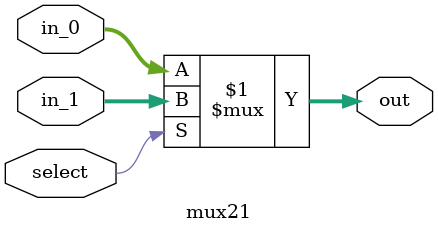
<source format=v>
module mux21 (
  input select,
  input [4:0] in_0,
  input [4:0] in_1,
  output [4:0] out
  );

  assign out = select ? in_1 : in_0;

endmodule
</source>
